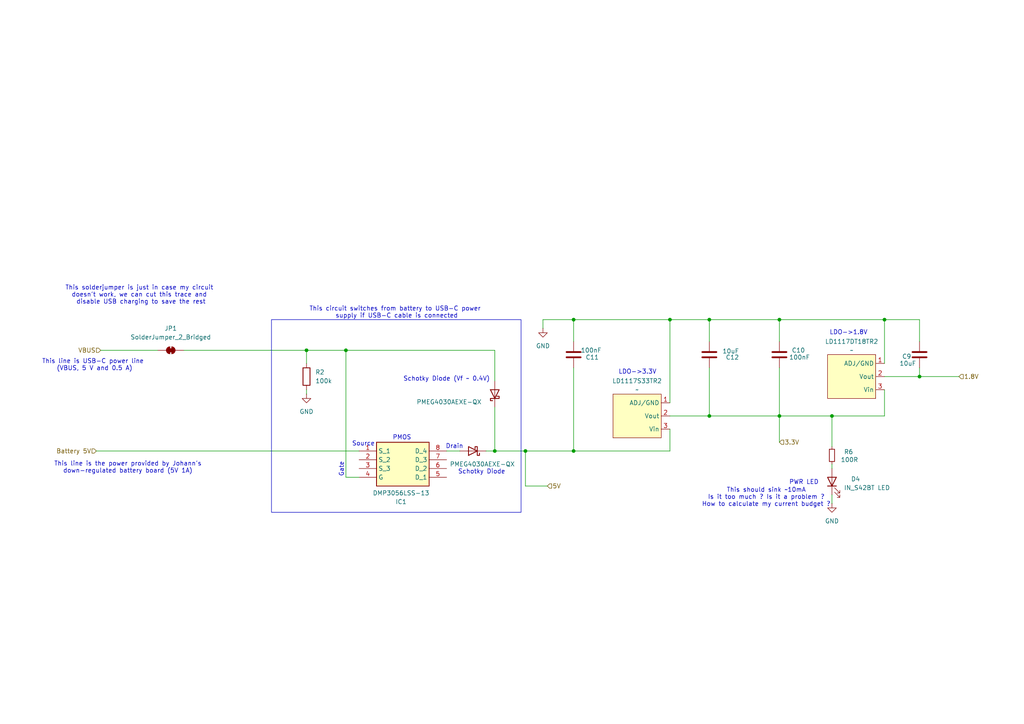
<source format=kicad_sch>
(kicad_sch (version 20250114) (generator "eeschema") (generator_version "9.0")
  (paper "A4")
  (title_block (company "N-Pulse"))
  (lib_symbols
    (symbol "Custom_Symbol_Library_Npulse:LD1117DT18TR"
      (property "Reference" "LD1117DT18TR" (at 0 0 0))
      (symbol "LD1117DT18TR_1_1"
        (rectangle (start -7.62 -1.27) (end 6.35 -13.97) (fill (type background)))
        (pin input line (at 8.89 -3.81 180) (length 2.54) (name "ADJ/GND") (number "1"))
        (pin output line (at 8.89 -7.62 180) (length 2.54) (name "Vout") (number "2"))
        (pin input line (at 8.89 -11.43 180) (length 2.54) (name "Vin") (number "3"))
      )
    )
    (symbol "Custom_Symbol_Library_Npulse:LD1117S33TR (pack SOT-223)"
      (property "Reference" "LD1117S33TR" (at 0 0 0))
      (symbol "LD1117S33TR (pack SOT-223)_1_1"
        (rectangle (start -8.89 -1.27) (end 5.08 -13.97) (fill (type background)))
        (pin input line (at 7.62 -3.81 180) (length 2.54) (name "ADJ/GND") (number "1"))
        (pin output line (at 7.62 -7.62 180) (length 2.54) (name "Vout") (number "2"))
        (pin input line (at 7.62 -11.43 180) (length 2.54) (name "Vin") (number "3"))
      )
    )
    (symbol "DMP3056LSS-13:DMP3056LSS-13"
      (property "Reference" "IC" (at 21.59 7.62 0))
      (property "Value" "DMP3056LSS-13" (at 21.59 5.08 0))
      (symbol "DMP3056LSS-13_1_1"
        (rectangle (start 5.08 2.54) (end 20.32 -10.16) (stroke (width 0.254)) (fill (type background)))
        (pin passive line (at 0 0 0) (length 5.08) (name "S_1") (number "1"))
        (pin passive line (at 0 -2.54 0) (length 5.08) (name "S_2") (number "2"))
        (pin passive line (at 0 -5.08 0) (length 5.08) (name "S_3") (number "3"))
        (pin passive line (at 0 -7.62 0) (length 5.08) (name "G") (number "4"))
        (pin passive line (at 25.4 0 180) (length 5.08) (name "D_4") (number "8"))
        (pin passive line (at 25.4 -2.54 180) (length 5.08) (name "D_3") (number "7"))
        (pin passive line (at 25.4 -5.08 180) (length 5.08) (name "D_2") (number "6"))
        (pin passive line (at 25.4 -7.62 180) (length 5.08) (name "D_1") (number "5"))
      )
    )
    (symbol "Device:C" (pin_numbers (hide yes)) (pin_names (offset 0.254))
      (property "Reference" "C" (at 0.635 2.54 0))
      (property "Value" "C" (at 0.635 -2.54 0))
      (symbol "C_0_1"
        (polyline (pts (xy -2.032 0.762) (xy 2.032 0.762)) (stroke (width 0.508)))
        (polyline (pts (xy -2.032 -0.762) (xy 2.032 -0.762)) (stroke (width 0.508)))
      )
      (symbol "C_1_1"
        (pin passive line (at 0 3.81 270) (length 2.794) (name "~") (number "1"))
        (pin passive line (at 0 -3.81 90) (length 2.794) (name "~") (number "2"))
      )
    )
    (symbol "Device:D_Schottky" (pin_numbers (hide yes)) (pin_names (offset 1.016) (hide yes))
      (property "Reference" "D" (at 0 2.54 0))
      (property "Value" "D_Schottky" (at 0 -2.54 0))
      (symbol "D_Schottky_0_1"
        (polyline (pts (xy -1.905 0.635) (xy -1.905 1.27) (xy -1.27 1.27) (xy -1.27 -1.27) (xy -0.635 -1.27) (xy -0.635 -0.635)) (stroke (width 0.254)))
        (polyline (pts (xy 1.27 1.27) (xy 1.27 -1.27) (xy -1.27 0) (xy 1.27 1.27)) (stroke (width 0.254)))
        (polyline (pts (xy 1.27 0) (xy -1.27 0)))
      )
      (symbol "D_Schottky_1_1"
        (pin passive line (at -3.81 0 0) (length 2.54) (name "K") (number "1"))
        (pin passive line (at 3.81 0 180) (length 2.54) (name "A") (number "2"))
      )
    )
    (symbol "Device:LED" (pin_numbers (hide yes)) (pin_names (offset 1.016) (hide yes))
      (property "Reference" "D" (at 0 2.54 0))
      (property "Value" "LED" (at 0 -2.54 0))
      (symbol "LED_0_1"
        (polyline (pts (xy -3.048 -0.762) (xy -4.572 -2.286) (xy -3.81 -2.286) (xy -4.572 -2.286) (xy -4.572 -1.524)))
        (polyline (pts (xy -1.778 -0.762) (xy -3.302 -2.286) (xy -2.54 -2.286) (xy -3.302 -2.286) (xy -3.302 -1.524)))
        (polyline (pts (xy -1.27 0) (xy 1.27 0)))
        (polyline (pts (xy -1.27 -1.27) (xy -1.27 1.27)) (stroke (width 0.254)))
        (polyline (pts (xy 1.27 -1.27) (xy 1.27 1.27) (xy -1.27 0) (xy 1.27 -1.27)) (stroke (width 0.254)))
      )
      (symbol "LED_1_1"
        (pin passive line (at -3.81 0 0) (length 2.54) (name "K") (number "1"))
        (pin passive line (at 3.81 0 180) (length 2.54) (name "A") (number "2"))
      )
    )
    (symbol "Device:R" (pin_numbers (hide yes)) (pin_names (offset 0))
      (property "Reference" "R" (at 2.032 0 90))
      (property "Value" "R" (at 0 0 90))
      (symbol "R_0_1"
        (rectangle (start -1.016 -2.54) (end 1.016 2.54) (stroke (width 0.254)))
      )
      (symbol "R_1_1"
        (pin passive line (at 0 3.81 270) (length 1.27) (name "~") (number "1"))
        (pin passive line (at 0 -3.81 90) (length 1.27) (name "~") (number "2"))
      )
    )
    (symbol "Device:R_Small" (pin_numbers (hide yes)) (pin_names (offset 0.254) (hide yes))
      (property "Reference" "R" (at 0.762 0.508 0))
      (property "Value" "R_Small" (at 0.762 -1.016 0))
      (symbol "R_Small_0_1"
        (rectangle (start -0.762 1.778) (end 0.762 -1.778) (stroke (width 0.2032)))
      )
      (symbol "R_Small_1_1"
        (pin passive line (at 0 2.54 270) (length 0.762) (name "~") (number "1"))
        (pin passive line (at 0 -2.54 90) (length 0.762) (name "~") (number "2"))
      )
    )
    (symbol "Jumper:SolderJumper_2_Bridged" (pin_numbers (hide yes)) (pin_names (offset 0) (hide yes)) (exclude_from_sim yes) (in_bom no)
      (property "Reference" "JP" (at 0 2.032 0))
      (property "Value" "SolderJumper_2_Bridged" (at 0 -2.54 0))
      (symbol "SolderJumper_2_Bridged_0_1"
        (rectangle (start -0.508 0.508) (end 0.508 -0.508) (fill (type outline)))
        (polyline (pts (xy -0.254 1.016) (xy -0.254 -1.016)))
        (arc (start -0.254 -1.016) (mid -1.2656 0) (end -0.254 1.016))
        (arc (start -0.254 -1.016) (mid -1.2656 0) (end -0.254 1.016) (fill (type outline)))
        (arc (start 0.254 1.016) (mid 1.2656 0) (end 0.254 -1.016))
        (arc (start 0.254 1.016) (mid 1.2656 0) (end 0.254 -1.016) (fill (type outline)))
        (polyline (pts (xy 0.254 1.016) (xy 0.254 -1.016)))
      )
      (symbol "SolderJumper_2_Bridged_1_1"
        (pin passive line (at -3.81 0 0) (length 2.54) (name "A") (number "1"))
        (pin passive line (at 3.81 0 180) (length 2.54) (name "B") (number "2"))
      )
    )
    (symbol "power:GND" (power) (pin_numbers (hide yes)) (pin_names (offset 0) (hide yes))
      (property "Value" "GND" (at 0 -3.81 0))
      (symbol "GND_0_1"
        (polyline (pts (xy 0 0) (xy 0 -1.27) (xy 1.27 -1.27) (xy 0 -2.54) (xy -1.27 -1.27) (xy 0 -1.27)))
      )
      (symbol "GND_1_1"
        (pin power_in line (at 0 0 270) (length 0) (name "~") (number "1"))
      )
    )
  )
  (text "LDO->3.3V" (at 184.912 107.95 0) (effects (font (size 1.27 1.27))))
  (text "This should sink ~10mA\nIs it too much ? Is it a problem ?\nHow to calculate my current budget ?" (at 222.25 144.272 0) (effects (font (size 1.27 1.27))))
  (text "Drain" (at 131.826 129.54 0) (effects (font (size 1.27 1.27))))
  (text "Schotky Diode (Vf ~ 0.4V)\n" (at 129.54 109.982 0) (effects (font (size 1.27 1.27))))
  (text "PMOS" (at 116.586 127 0) (effects (font (size 1.27 1.27))))
  (text "Source" (at 105.41 128.778 0) (effects (font (size 1.27 1.27))))
  (text "This circuit switches from battery to USB-C power \nsupply if USB-C cable is connected\n\n" (at 115.062 91.694 0) (effects (font (size 1.27 1.27))))
  (text "PWR LED" (at 233.172 139.954 0) (effects (font (size 1.27 1.27))))
  (text "LDO->1.8V" (at 246.126 96.52 0) (effects (font (size 1.27 1.27))))
  (text "This line is USB-C power line \n(VBUS, 5 V and 0.5 A)\n" (at 27.432 105.918 0) (effects (font (size 1.27 1.27))))
  (text "Gate" (at 99.06 136.144 90) (effects (font (size 1.27 1.27))))
  (text "This line is the power provided by Johann's\ndown-regulated battery board (5V 1A)" (at 37.084 135.636 0) (effects (font (size 1.27 1.27))))
  (text "Schotky Diode" (at 139.7 136.906 0) (effects (font (size 1.27 1.27))))
  (text "This solderjumper is just in case my circuit \ndoesn't work, we can cut this trace and \ndisable USB charging to save the rest" (at 40.894 85.598 0) (effects (font (size 1.27 1.27))))
  (text_box "" (at 78.74 92.71 0) (size 72.39 55.88) (margins 0.9525 0.9525 0.9525 0.9525) (effects (font (size 1.27 1.27)) (justify left top)))
  (junction (at 100.33 101.6))
  (junction (at 88.9 101.6))
  (junction (at 226.06 92.71))
  (junction (at 143.51 130.81))
  (junction (at 266.7 109.22))
  (junction (at 226.06 120.65))
  (junction (at 152.4 130.81))
  (junction (at 241.3 120.65))
  (junction (at 256.54 92.71))
  (junction (at 194.31 92.71))
  (junction (at 166.37 92.71))
  (junction (at 205.74 120.65))
  (junction (at 205.74 92.71))
  (junction (at 166.37 130.81))
  (wire (pts (xy 266.7 99.06) (xy 266.7 92.71)))
  (wire (pts (xy 194.31 130.81) (xy 194.31 124.46)))
  (wire (pts (xy 256.54 92.71) (xy 226.06 92.71)))
  (wire (pts (xy 266.7 92.71) (xy 256.54 92.71)))
  (wire (pts (xy 143.51 101.6) (xy 143.51 110.49)))
  (wire (pts (xy 266.7 109.22) (xy 278.13 109.22)))
  (wire (pts (xy 256.54 92.71) (xy 256.54 105.41)))
  (wire (pts (xy 226.06 106.68) (xy 226.06 120.65)))
  (wire (pts (xy 241.3 143.51) (xy 241.3 146.05)))
  (wire (pts (xy 100.33 101.6) (xy 100.33 138.43)))
  (wire (pts (xy 157.48 92.71) (xy 157.48 95.25)))
  (wire (pts (xy 241.3 120.65) (xy 241.3 129.54)))
  (wire (pts (xy 129.54 130.81) (xy 133.35 130.81)))
  (wire (pts (xy 256.54 120.65) (xy 256.54 113.03)))
  (wire (pts (xy 29.21 101.6) (xy 45.72 101.6)))
  (wire (pts (xy 88.9 101.6) (xy 100.33 101.6)))
  (wire (pts (xy 27.94 130.81) (xy 104.14 130.81)))
  (wire (pts (xy 143.51 118.11) (xy 143.51 130.81)))
  (wire (pts (xy 152.4 130.81) (xy 152.4 140.97)))
  (wire (pts (xy 152.4 130.81) (xy 166.37 130.81)))
  (wire (pts (xy 100.33 138.43) (xy 104.14 138.43)))
  (wire (pts (xy 140.97 130.81) (xy 143.51 130.81)))
  (wire (pts (xy 205.74 106.68) (xy 205.74 120.65)))
  (wire (pts (xy 205.74 92.71) (xy 226.06 92.71)))
  (wire (pts (xy 88.9 101.6) (xy 88.9 105.41)))
  (wire (pts (xy 226.06 99.06) (xy 226.06 92.71)))
  (wire (pts (xy 205.74 120.65) (xy 226.06 120.65)))
  (wire (pts (xy 226.06 120.65) (xy 241.3 120.65)))
  (wire (pts (xy 241.3 134.62) (xy 241.3 135.89)))
  (wire (pts (xy 88.9 113.03) (xy 88.9 114.3)))
  (wire (pts (xy 205.74 92.71) (xy 205.74 99.06)))
  (wire (pts (xy 166.37 99.06) (xy 166.37 92.71)))
  (wire (pts (xy 256.54 109.22) (xy 266.7 109.22)))
  (wire (pts (xy 166.37 130.81) (xy 194.31 130.81)))
  (wire (pts (xy 53.34 101.6) (xy 88.9 101.6)))
  (wire (pts (xy 152.4 140.97) (xy 158.75 140.97)))
  (wire (pts (xy 194.31 92.71) (xy 194.31 116.84)))
  (wire (pts (xy 194.31 120.65) (xy 205.74 120.65)))
  (wire (pts (xy 166.37 92.71) (xy 194.31 92.71)))
  (wire (pts (xy 266.7 109.22) (xy 266.7 106.68)))
  (wire (pts (xy 166.37 92.71) (xy 157.48 92.71)))
  (wire (pts (xy 166.37 106.68) (xy 166.37 130.81)))
  (wire (pts (xy 143.51 130.81) (xy 152.4 130.81)))
  (wire (pts (xy 194.31 92.71) (xy 205.74 92.71)))
  (wire (pts (xy 241.3 120.65) (xy 256.54 120.65)))
  (wire (pts (xy 100.33 101.6) (xy 143.51 101.6)))
  (wire (pts (xy 226.06 120.65) (xy 226.06 128.27)))
  (hierarchical_label "Battery 5V" (shape input) (at 27.94 130.81 180))
  (hierarchical_label "VBUS" (shape input) (at 29.21 101.6 180))
  (hierarchical_label "1.8V" (shape input) (at 278.13 109.22 0))
  (hierarchical_label "5V" (shape input) (at 158.75 140.97 0))
  (hierarchical_label "3.3V" (shape input) (at 226.06 128.27 0))
  (symbol (lib_id "Device:C") (at 166.37 102.87 180) (unit 1)
    (property "Reference" "C11" (at 173.736 103.632 0) (effects (justify left)))
    (property "Value" "100nF" (at 174.498 101.6 0) (effects (justify left)))
    (property "Description" "Unpolarized capacitor" (effects (hide yes)))
  )
  (symbol (lib_id "Device:LED") (at 241.3 139.7 90) (unit 1)
    (property "Reference" "D4" (at 248.158 138.938 90))
    (property "Value" "IN_S42BT LED" (at 251.46 141.478 90))
    (property "Description" "Light emitting diode" (effects (hide yes)))
    (property "Sim.Pins" "1=K 2=A" (effects (hide yes)))
  )
  (symbol (lib_id "Device:R") (at 88.9 109.22 0) (unit 1)
    (property "Reference" "R2" (at 91.44 107.9499 0) (effects (justify left)))
    (property "Value" "100k" (at 91.44 110.4899 0) (effects (justify left)))
    (property "Description" "Resistor" (effects (hide yes)))
  )
  (symbol (lib_id "DMP3056LSS-13:DMP3056LSS-13") (at 104.14 130.81 0) (unit 1)
    (property "Reference" "IC1" (at 116.332 145.542 0))
    (property "Value" "DMP3056LSS-13" (at 116.332 143.002 0))
    (property "Footprint" "SOIC127P600X170-8N" (effects (hide yes)))
    (property "Datasheet" "https://www.diodes.com//assets/Datasheets/ds31421.pdf" (effects (hide yes)))
    (property "Description" "MOSFET P Channel 30V 7.1A 2.1V @ 250uA 45m @ 6A,10V SOP-8_150mil RoHS" (effects (hide yes)))
    (property "Height" "1.7" (effects (hide yes)))
    (property "Mouser Part Number" "621-DMP3056LSS-13" (effects (hide yes)))
    (property "Mouser Price/Stock" "https://www.mouser.co.uk/ProductDetail/Diodes-Incorporated/DMP3056LSS-13?qs=oUsD4qhOtFyEnPLZKitYRA%3D%3D" (effects (hide yes)))
    (property "Manufacturer_Name" "Diodes Incorporated" (effects (hide yes)))
    (property "Manufacturer_Part_Number" "DMP3056LSS-13" (effects (hide yes)))
  )
  (symbol (lib_id "Jumper:SolderJumper_2_Bridged") (at 49.53 101.6 0) (unit 1) (exclude_from_sim yes) (in_bom no)
    (property "Reference" "JP1" (at 49.53 95.25 0))
    (property "Value" "SolderJumper_2_Bridged" (at 49.53 97.79 0))
    (property "Description" "Solder Jumper, 2-pole, closed/bridged" (effects (hide yes)))
  )
  (symbol (lib_id "Device:C") (at 226.06 102.87 0) (unit 1)
    (property "Reference" "C10" (at 229.616 101.6 0) (effects (justify left)))
    (property "Value" "100nF" (at 228.854 103.632 0) (effects (justify left)))
    (property "Description" "Unpolarized capacitor" (effects (hide yes)))
  )
  (symbol (lib_id "Custom_Symbol_Library_Npulse:LD1117S33TR (pack SOT-223)") (at 186.69 113.03 0) (unit 1)
    (property "Reference" "LD1117S33TR2" (at 184.785 110.49 0))
    (property "Value" "~" (at 184.785 113.03 0))
  )
  (symbol (lib_id "power:GND") (at 157.48 95.25 0) (unit 1)
    (property "Reference" "#PWR02" (effects (hide yes)))
    (property "Value" "GND" (at 157.48 100.33 0))
    (property "Description" "Power symbol creates a global label with name \"GND\" , ground" (effects (hide yes)))
  )
  (symbol (lib_id "power:GND") (at 241.3 146.05 0) (unit 1)
    (property "Reference" "#PWR016" (effects (hide yes)))
    (property "Value" "GND" (at 241.3 151.13 0))
    (property "Description" "Power symbol creates a global label with name \"GND\" , ground" (effects (hide yes)))
  )
  (symbol (lib_id "power:GND") (at 88.9 114.3 0) (unit 1)
    (property "Reference" "#PWR011" (effects (hide yes)))
    (property "Value" "GND" (at 88.9 119.38 0))
    (property "Description" "Power symbol creates a global label with name \"GND\" , ground" (effects (hide yes)))
  )
  (symbol (lib_id "Device:C") (at 205.74 102.87 180) (unit 1)
    (property "Reference" "C12" (at 214.376 103.632 0) (effects (justify left)))
    (property "Value" "10uF" (at 214.376 101.854 0) (effects (justify left)))
    (property "Description" "Unpolarized capacitor" (effects (hide yes)))
  )
  (symbol (lib_id "Device:R_Small") (at 241.3 132.08 180) (unit 1)
    (property "Reference" "R6" (at 246.126 131.064 0))
    (property "Value" "100R" (at 246.38 133.35 0))
    (property "Description" "Resistor, small symbol" (effects (hide yes)))
  )
  (symbol (lib_id "Device:C") (at 266.7 102.87 0) (unit 1)
    (property "Reference" "C9" (at 261.62 103.378 0) (effects (justify left)))
    (property "Value" "10uF" (at 260.858 105.41 0) (effects (justify left)))
    (property "Description" "Unpolarized capacitor" (effects (hide yes)))
  )
  (symbol (lib_id "Device:D_Schottky") (at 143.51 114.3 90) (unit 1)
    (property "Reference" "D6" (effects (hide yes)))
    (property "Value" "PMEG4030AEXE-QX" (at 139.7 116.586 90) (effects (justify left)))
    (property "Footprint" "PMEG4030AEXEQX" (effects (hide yes)))
    (property "Description" "Schottky diode" (effects (hide yes)))
    (property "Height" "1" (effects (hide yes)))
    (property "Manufacturer_Name" "Nexperia" (effects (hide yes)))
    (property "Manufacturer_Part_Number" "PMEG4030AEXE-QX" (effects (hide yes)))
  )
  (symbol (lib_id "Device:D_Schottky") (at 137.16 130.81 180) (unit 1)
    (property "Reference" "D7" (effects (hide yes)))
    (property "Value" "PMEG4030AEXE-QX" (at 149.352 134.62 0) (effects (justify left)))
    (property "Footprint" "PMEG4030AEXEQX" (effects (hide yes)))
    (property "Description" "Schottky diode" (effects (hide yes)))
    (property "Height" "1" (effects (hide yes)))
    (property "Manufacturer_Name" "Nexperia" (effects (hide yes)))
    (property "Manufacturer_Part_Number" "PMEG4030AEXE-QX" (effects (hide yes)))
  )
  (symbol (lib_id "Custom_Symbol_Library_Npulse:LD1117DT18TR") (at 247.65 101.6 0) (unit 1)
    (property "Reference" "LD1117DT18TR2" (at 247.015 99.06 0))
    (property "Value" "~" (at 247.015 101.6 0))
  )
)
</source>
